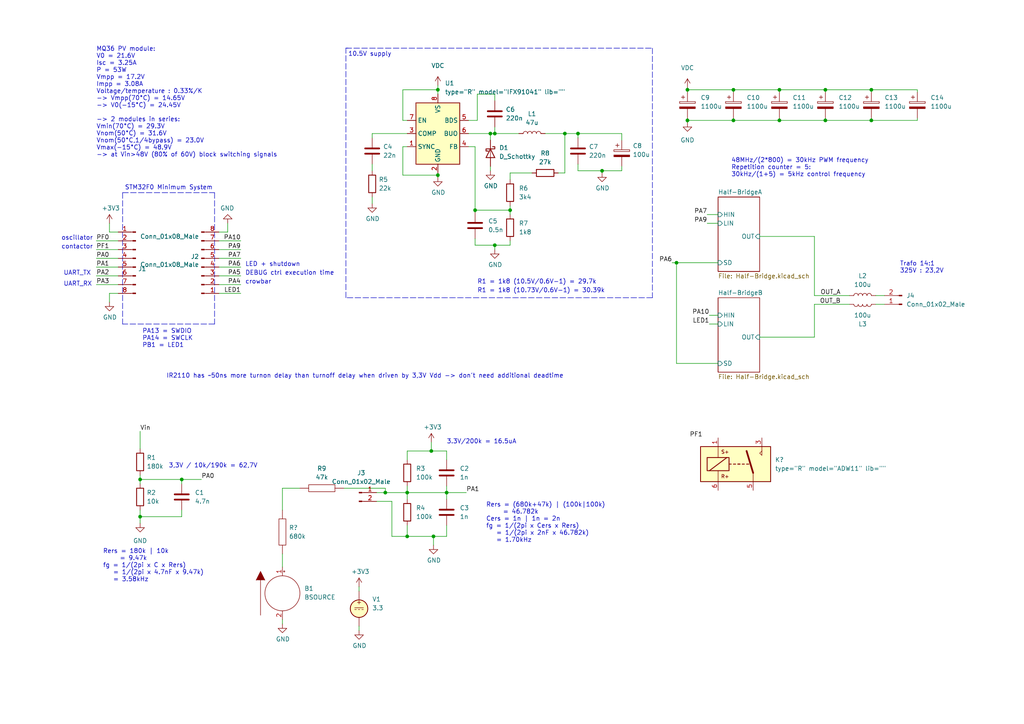
<source format=kicad_sch>
(kicad_sch (version 20211123) (generator eeschema)
  (paper "A4")
  (lib_symbols
    (symbol "Connector:Conn_01x02_Male" (pin_names (offset 1.016) hide)
      (property "Reference" "J" (at 0 2.54 0))
      (property "Value" "Conn_01x02_Male" (at 0 -5.08 0))
      (symbol "Conn_01x02_Male_1_1"
        (polyline (pts (xy 1.27 -2.54) (xy 0.8636 -2.54)) (stroke (width 0.1524)))
        (polyline (pts (xy 1.27 0) (xy 0.8636 0)) (stroke (width 0.1524)))
        (rectangle (start 0.8636 -2.413) (end 0 -2.667) (stroke (width 0.1524)) (fill (type outline)))
        (rectangle (start 0.8636 0.127) (end 0 -0.127) (stroke (width 0.1524)) (fill (type outline)))
        (pin passive line (at 5.08 0 180) (length 3.81) (name "Pin_1") (number "1"))
        (pin passive line (at 5.08 -2.54 180) (length 3.81) (name "Pin_2") (number "2"))
      )
    )
    (symbol "Connector:Conn_01x08_Male" (pin_names (offset 1.016) hide)
      (property "Reference" "J" (at 0 10.16 0))
      (property "Value" "Conn_01x08_Male" (at 0 -12.7 0))
      (symbol "Conn_01x08_Male_1_1"
        (polyline (pts (xy 1.27 -10.16) (xy 0.8636 -10.16)) (stroke (width 0.1524)))
        (polyline (pts (xy 1.27 -7.62) (xy 0.8636 -7.62)) (stroke (width 0.1524)))
        (polyline (pts (xy 1.27 -5.08) (xy 0.8636 -5.08)) (stroke (width 0.1524)))
        (polyline (pts (xy 1.27 -2.54) (xy 0.8636 -2.54)) (stroke (width 0.1524)))
        (polyline (pts (xy 1.27 0) (xy 0.8636 0)) (stroke (width 0.1524)))
        (polyline (pts (xy 1.27 2.54) (xy 0.8636 2.54)) (stroke (width 0.1524)))
        (polyline (pts (xy 1.27 5.08) (xy 0.8636 5.08)) (stroke (width 0.1524)))
        (polyline (pts (xy 1.27 7.62) (xy 0.8636 7.62)) (stroke (width 0.1524)))
        (rectangle (start 0.8636 -10.033) (end 0 -10.287) (stroke (width 0.1524)) (fill (type outline)))
        (rectangle (start 0.8636 -7.493) (end 0 -7.747) (stroke (width 0.1524)) (fill (type outline)))
        (rectangle (start 0.8636 -4.953) (end 0 -5.207) (stroke (width 0.1524)) (fill (type outline)))
        (rectangle (start 0.8636 -2.413) (end 0 -2.667) (stroke (width 0.1524)) (fill (type outline)))
        (rectangle (start 0.8636 0.127) (end 0 -0.127) (stroke (width 0.1524)) (fill (type outline)))
        (rectangle (start 0.8636 2.667) (end 0 2.413) (stroke (width 0.1524)) (fill (type outline)))
        (rectangle (start 0.8636 5.207) (end 0 4.953) (stroke (width 0.1524)) (fill (type outline)))
        (rectangle (start 0.8636 7.747) (end 0 7.493) (stroke (width 0.1524)) (fill (type outline)))
        (pin passive line (at 5.08 7.62 180) (length 3.81) (name "Pin_1") (number "1"))
        (pin passive line (at 5.08 5.08 180) (length 3.81) (name "Pin_2") (number "2"))
        (pin passive line (at 5.08 2.54 180) (length 3.81) (name "Pin_3") (number "3"))
        (pin passive line (at 5.08 0 180) (length 3.81) (name "Pin_4") (number "4"))
        (pin passive line (at 5.08 -2.54 180) (length 3.81) (name "Pin_5") (number "5"))
        (pin passive line (at 5.08 -5.08 180) (length 3.81) (name "Pin_6") (number "6"))
        (pin passive line (at 5.08 -7.62 180) (length 3.81) (name "Pin_7") (number "7"))
        (pin passive line (at 5.08 -10.16 180) (length 3.81) (name "Pin_8") (number "8"))
      )
    )
    (symbol "Device:C" (pin_numbers hide) (pin_names (offset 0.254))
      (property "Reference" "C" (at 0.635 2.54 0))
      (property "Value" "C" (at 0.635 -2.54 0))
      (symbol "C_0_1"
        (polyline (pts (xy -2.032 -0.762) (xy 2.032 -0.762)) (stroke (width 0.508)))
        (polyline (pts (xy -2.032 0.762) (xy 2.032 0.762)) (stroke (width 0.508)))
      )
      (symbol "C_1_1"
        (pin passive line (at 0 3.81 270) (length 2.794) (name "~") (number "1"))
        (pin passive line (at 0 -3.81 90) (length 2.794) (name "~") (number "2"))
      )
    )
    (symbol "Device:C_Polarized" (pin_numbers hide) (pin_names (offset 0.254))
      (property "Reference" "C" (at 0.635 2.54 0))
      (property "Value" "C_Polarized" (at 0.635 -2.54 0))
      (symbol "C_Polarized_0_1"
        (rectangle (start -2.286 0.508) (end 2.286 1.016))
        (polyline (pts (xy -1.778 2.286) (xy -0.762 2.286)))
        (polyline (pts (xy -1.27 2.794) (xy -1.27 1.778)))
        (rectangle (start 2.286 -0.508) (end -2.286 -1.016) (fill (type outline)))
      )
      (symbol "C_Polarized_1_1"
        (pin passive line (at 0 3.81 270) (length 2.794) (name "~") (number "1"))
        (pin passive line (at 0 -3.81 90) (length 2.794) (name "~") (number "2"))
      )
    )
    (symbol "Device:D_Schottky" (pin_numbers hide) (pin_names (offset 1.016) hide)
      (property "Reference" "D" (at 0 2.54 0))
      (property "Value" "D_Schottky" (at 0 -2.54 0))
      (symbol "D_Schottky_0_1"
        (polyline (pts (xy 1.27 0) (xy -1.27 0)))
        (polyline (pts (xy 1.27 1.27) (xy 1.27 -1.27) (xy -1.27 0) (xy 1.27 1.27)) (stroke (width 0.254)))
        (polyline (pts (xy -1.905 0.635) (xy -1.905 1.27) (xy -1.27 1.27) (xy -1.27 -1.27) (xy -0.635 -1.27) (xy -0.635 -0.635)) (stroke (width 0.254)))
      )
      (symbol "D_Schottky_1_1"
        (pin passive line (at -3.81 0 0) (length 2.54) (name "K") (number "1"))
        (pin passive line (at 3.81 0 180) (length 2.54) (name "A") (number "2"))
      )
    )
    (symbol "Device:L" (pin_numbers hide) (pin_names (offset 1.016) hide)
      (property "Reference" "L" (at -1.27 0 90))
      (property "Value" "L" (at 1.905 0 90))
      (symbol "L_0_1"
        (arc (start 0 -2.54) (mid 0.635 -1.905) (end 0 -1.27))
        (arc (start 0 -1.27) (mid 0.635 -0.635) (end 0 0))
        (arc (start 0 0) (mid 0.635 0.635) (end 0 1.27))
        (arc (start 0 1.27) (mid 0.635 1.905) (end 0 2.54))
      )
      (symbol "L_1_1"
        (pin passive line (at 0 3.81 270) (length 1.27) (name "1") (number "1"))
        (pin passive line (at 0 -3.81 90) (length 1.27) (name "2") (number "2"))
      )
    )
    (symbol "Device:R" (pin_numbers hide) (pin_names (offset 0))
      (property "Reference" "R" (at 2.032 0 90))
      (property "Value" "R" (at 0 0 90))
      (symbol "R_0_1"
        (rectangle (start -1.016 -2.54) (end 1.016 2.54) (stroke (width 0.254)))
      )
      (symbol "R_1_1"
        (pin passive line (at 0 3.81 270) (length 1.27) (name "~") (number "1"))
        (pin passive line (at 0 -3.81 90) (length 1.27) (name "~") (number "2"))
      )
    )
    (symbol "Inverter:IFX91041"
      (property "Reference" "U" (at 3.81 12.7 0))
      (property "Value" "IFX91041" (at 7.62 10.16 0))
      (symbol "IFX91041_0_1"
        (rectangle (start -6.35 8.89) (end 6.35 -8.89) (stroke (width 0.254)) (fill (type background)))
      )
      (symbol "IFX91041_1_1"
        (pin input line (at -8.89 -3.81 0) (length 2.54) (name "SYNC") (number "1"))
        (pin power_in line (at 0 -11.43 90) (length 2.54) (name "GND") (number "2"))
        (pin passive line (at -8.89 0 0) (length 2.54) (name "COMP") (number "3"))
        (pin passive line (at 8.89 -3.81 180) (length 2.54) (name "FB") (number "4"))
        (pin output line (at 8.89 3.81 180) (length 2.54) (name "BDS") (number "5"))
        (pin output line (at 8.89 0 180) (length 2.54) (name "BUO") (number "6"))
        (pin input line (at -8.89 3.81 0) (length 2.54) (name "EN") (number "7"))
        (pin power_in line (at 0 11.43 270) (length 2.54) (name "VS") (number "8"))
      )
    )
    (symbol "Relay:ADW11"
      (property "Reference" "K" (at 11.43 3.81 0))
      (property "Value" "ADW11" (at 13.97 1.27 0))
      (symbol "ADW11_1_1"
        (rectangle (start -10.16 5.08) (end 10.16 -5.08) (stroke (width 0.254)) (fill (type background)))
        (rectangle (start -8.255 1.905) (end -1.905 -1.905) (stroke (width 0.254)))
        (polyline (pts (xy -7.62 -1.905) (xy -2.54 1.905)) (stroke (width 0.254)))
        (polyline (pts (xy -5.08 -5.08) (xy -5.08 -1.905)))
        (polyline (pts (xy -5.08 5.08) (xy -5.08 1.905)))
        (polyline (pts (xy -1.905 0) (xy -1.27 0)) (stroke (width 0.254)))
        (polyline (pts (xy -0.635 0) (xy 0 0)) (stroke (width 0.254)))
        (polyline (pts (xy 0.635 0) (xy 1.27 0)) (stroke (width 0.254)))
        (polyline (pts (xy 0.635 0) (xy 1.27 0)) (stroke (width 0.254)))
        (polyline (pts (xy 1.905 0) (xy 2.54 0)) (stroke (width 0.254)))
        (polyline (pts (xy 3.175 0) (xy 3.81 0)) (stroke (width 0.254)))
        (polyline (pts (xy 5.08 -2.54) (xy 3.175 3.81)) (stroke (width 0.508)))
        (polyline (pts (xy 5.08 -2.54) (xy 5.08 -5.08)))
        (polyline (pts (xy 7.62 3.81) (xy 7.62 5.08)))
        (polyline (pts (xy 7.62 3.81) (xy 7.62 2.54) (xy 6.985 3.175) (xy 7.62 3.81)))
        (text "R+" (at -3.048 -3.556 0) (effects (font (size 1.016 1.016))))
        (text "S+" (at -3.048 3.556 0) (effects (font (size 1.016 1.016))))
        (pin passive line (at -5.08 7.62 270) (length 2.54) (name "~") (number "1"))
        (pin passive line (at 7.62 7.62 270) (length 2.54) (name "~") (number "3"))
        (pin passive line (at 5.08 -7.62 90) (length 2.54) (name "~") (number "5"))
        (pin passive line (at -5.08 -7.62 90) (length 2.54) (name "~") (number "6"))
      )
    )
    (symbol "Simulation_SPICE:VDC" (pin_numbers hide) (pin_names (offset 0.0254))
      (property "Reference" "V" (at 2.54 2.54 0))
      (property "Value" "VDC" (at 2.54 0 0))
      (property "Spice_Model" "dc(1)" (at 2.54 -2.54 0))
      (symbol "VDC_0_0"
        (polyline (pts (xy -1.27 0.254) (xy 1.27 0.254)))
        (polyline (pts (xy -0.762 -0.254) (xy -1.27 -0.254)))
        (polyline (pts (xy 0.254 -0.254) (xy -0.254 -0.254)))
        (polyline (pts (xy 1.27 -0.254) (xy 0.762 -0.254)))
        (text "+" (at 0 1.905 0) (effects (font (size 1.27 1.27))))
      )
      (symbol "VDC_0_1"
        (circle (center 0 0) (radius 2.54) (stroke (width 0.254)) (fill (type background)))
      )
      (symbol "VDC_1_1"
        (pin passive line (at 0 5.08 270) (length 2.54) (name "~") (number "1"))
        (pin passive line (at 0 -5.08 90) (length 2.54) (name "~") (number "2"))
      )
    )
    (symbol "power:+3V3" (power) (pin_names (offset 0))
      (property "Value" "+3V3" (at 0 3.556 0))
      (symbol "+3V3_0_1"
        (polyline (pts (xy -0.762 1.27) (xy 0 2.54)))
        (polyline (pts (xy 0 0) (xy 0 2.54)))
        (polyline (pts (xy 0 2.54) (xy 0.762 1.27)))
      )
      (symbol "+3V3_1_1"
        (pin power_in line (at 0 0 90) (length 0) hide (name "+3V3") (number "1"))
      )
    )
    (symbol "power:GND" (power) (pin_names (offset 0))
      (property "Value" "GND" (at 0 -3.81 0))
      (symbol "GND_0_1"
        (polyline (pts (xy 0 0) (xy 0 -1.27) (xy 1.27 -1.27) (xy 0 -2.54) (xy -1.27 -1.27) (xy 0 -1.27)))
      )
      (symbol "GND_1_1"
        (pin power_in line (at 0 0 270) (length 0) hide (name "GND") (number "1"))
      )
    )
    (symbol "power:VDC" (power) (pin_names (offset 0))
      (property "Value" "VDC" (at 0 6.35 0))
      (symbol "VDC_0_1"
        (polyline (pts (xy -0.762 1.27) (xy 0 2.54)))
        (polyline (pts (xy 0 0) (xy 0 2.54)))
        (polyline (pts (xy 0 2.54) (xy 0.762 1.27)))
      )
      (symbol "VDC_1_1"
        (pin power_in line (at 0 0 90) (length 0) hide (name "VDC") (number "1"))
      )
    )
    (symbol "pspice:BSOURCE" (pin_names (offset 1.016) hide)
      (property "Reference" "B" (at -6.35 7.62 0))
      (property "Value" "BSOURCE" (at 0 0 0))
      (symbol "BSOURCE_1_1"
        (polyline (pts (xy -6.35 -6.35) (xy -6.35 3.81)) (fill (type outline)))
        (polyline (pts (xy 0.254 6.35) (xy 0.762 6.35)))
        (polyline (pts (xy 0.508 6.604) (xy 0.508 6.096)))
        (polyline (pts (xy -7.62 3.81) (xy -6.35 6.35) (xy -5.08 3.81)) (fill (type outline)))
        (circle (center 0 0) (radius 5.08))
        (pin input line (at 0 7.62 270) (length 2.54) (name "N+") (number "1"))
        (pin input line (at 0 -7.62 90) (length 2.54) (name "N-") (number "2"))
      )
    )
    (symbol "pspice:R" (pin_numbers hide) (pin_names (offset 0))
      (property "Reference" "R" (at 2.032 0 90))
      (property "Value" "R" (at 0 0 90))
      (symbol "R_0_1"
        (rectangle (start -1.016 3.81) (end 1.016 -3.81))
      )
      (symbol "R_1_1"
        (pin passive line (at 0 6.35 270) (length 2.54) (name "~") (number "1"))
        (pin passive line (at 0 -6.35 90) (length 2.54) (name "~") (number "2"))
      )
    )
  )
  (junction (at 111.76 142.875))
  (junction (at 174.625 49.53))
  (junction (at 137.795 60.96))
  (junction (at 212.725 26.035))
  (junction (at 239.395 34.925))
  (junction (at 252.73 34.925))
  (junction (at 199.39 34.925))
  (junction (at 40.64 149.86))
  (junction (at 142.24 38.735))
  (junction (at 199.39 26.035))
  (junction (at 52.705 139.065))
  (junction (at 239.395 26.035))
  (junction (at 118.11 142.875))
  (junction (at 226.06 34.925))
  (junction (at 143.51 38.735))
  (junction (at 40.64 139.065))
  (junction (at 163.83 38.735))
  (junction (at 212.725 34.925))
  (junction (at 125.095 130.81))
  (junction (at 125.73 155.575))
  (junction (at 167.64 38.735))
  (junction (at 226.06 26.035))
  (junction (at 143.51 71.12))
  (junction (at 147.955 60.96))
  (junction (at 196.215 76.2))
  (junction (at 129.54 142.875))
  (junction (at 127 50.8))
  (junction (at 252.73 26.035))
  (junction (at 127 26.035))
  (junction (at 118.11 155.575))
  (wire (pts (xy 113.665 155.575) (xy 118.11 155.575)))
  (wire (pts (xy 66.04 64.77) (xy 66.04 67.31)))
  (wire (pts (xy 138.43 34.925) (xy 138.43 27.305)))
  (wire (pts (xy 40.64 139.065) (xy 40.64 140.335)))
  (wire (pts (xy 208.28 105.41) (xy 196.215 105.41)))
  (wire (pts (xy 135.89 38.735) (xy 142.24 38.735)))
  (wire (pts (xy 220.345 68.58) (xy 236.22 68.58)))
  (wire (pts (xy 129.54 142.875) (xy 129.54 144.78)))
  (wire (pts (xy 147.955 62.23) (xy 147.955 60.96)))
  (wire (pts (xy 66.04 67.31) (xy 63.5 67.31)))
  (wire (pts (xy 129.54 155.575) (xy 125.73 155.575)))
  (wire (pts (xy 205.74 93.98) (xy 208.28 93.98)))
  (wire (pts (xy 196.215 105.41) (xy 196.215 76.2)))
  (wire (pts (xy 236.22 97.79) (xy 236.22 88.265)))
  (wire (pts (xy 205.74 91.44) (xy 208.28 91.44)))
  (wire (pts (xy 143.51 38.735) (xy 143.51 36.83)))
  (wire (pts (xy 109.22 142.875) (xy 111.76 142.875)))
  (wire (pts (xy 180.34 40.64) (xy 180.34 38.735)))
  (wire (pts (xy 69.85 69.85) (xy 63.5 69.85)))
  (wire (pts (xy 40.64 137.795) (xy 40.64 139.065)))
  (wire (pts (xy 138.43 27.305) (xy 143.51 27.305)))
  (wire (pts (xy 81.915 160.655) (xy 81.915 164.465)))
  (wire (pts (xy 205.105 62.23) (xy 208.28 62.23)))
  (wire (pts (xy 205.105 64.77) (xy 208.28 64.77)))
  (wire (pts (xy 135.255 142.875) (xy 129.54 142.875)))
  (wire (pts (xy 118.11 130.81) (xy 118.11 133.35)))
  (wire (pts (xy 69.85 74.93) (xy 63.5 74.93)))
  (wire (pts (xy 109.22 145.415) (xy 113.665 145.415)))
  (wire (pts (xy 31.75 87.63) (xy 31.75 85.09)))
  (wire (pts (xy 69.85 85.09) (xy 63.5 85.09)))
  (wire (pts (xy 34.29 80.01) (xy 27.94 80.01)))
  (wire (pts (xy 127 50.8) (xy 127 51.435)))
  (wire (pts (xy 252.73 34.925) (xy 266.065 34.925)))
  (wire (pts (xy 194.945 76.2) (xy 196.215 76.2)))
  (wire (pts (xy 226.06 34.29) (xy 226.06 34.925)))
  (wire (pts (xy 142.24 38.735) (xy 143.51 38.735)))
  (wire (pts (xy 239.395 34.925) (xy 252.73 34.925)))
  (wire (pts (xy 118.11 140.97) (xy 118.11 142.875)))
  (wire (pts (xy 63.5 82.55) (xy 69.85 82.55)))
  (wire (pts (xy 254 88.265) (xy 256.54 88.265)))
  (wire (pts (xy 116.84 26.035) (xy 127 26.035)))
  (wire (pts (xy 147.955 69.85) (xy 147.955 71.12)))
  (wire (pts (xy 196.215 76.2) (xy 208.28 76.2)))
  (wire (pts (xy 113.665 145.415) (xy 113.665 155.575)))
  (wire (pts (xy 199.39 26.035) (xy 199.39 26.67)))
  (wire (pts (xy 239.395 26.035) (xy 239.395 26.67)))
  (wire (pts (xy 31.75 85.09) (xy 34.29 85.09)))
  (wire (pts (xy 34.29 74.93) (xy 27.94 74.93)))
  (wire (pts (xy 158.115 38.735) (xy 163.83 38.735)))
  (wire (pts (xy 236.22 68.58) (xy 236.22 85.725)))
  (polyline (pts (xy 62.23 55.88) (xy 62.23 93.98)))
  (wire (pts (xy 127 50.165) (xy 127 50.8)))
  (wire (pts (xy 137.795 60.96) (xy 137.795 61.595)))
  (polyline (pts (xy 100.33 13.97) (xy 189.23 13.97)))
  (wire (pts (xy 127 24.765) (xy 127 26.035)))
  (wire (pts (xy 143.51 27.305) (xy 143.51 29.21)))
  (wire (pts (xy 252.73 34.29) (xy 252.73 34.925)))
  (wire (pts (xy 226.06 26.035) (xy 239.395 26.035)))
  (wire (pts (xy 266.065 26.035) (xy 266.065 26.67)))
  (wire (pts (xy 81.915 147.955) (xy 81.915 141.605)))
  (wire (pts (xy 212.725 34.925) (xy 226.06 34.925)))
  (wire (pts (xy 180.34 38.735) (xy 167.64 38.735)))
  (wire (pts (xy 118.11 38.735) (xy 107.95 38.735)))
  (wire (pts (xy 137.795 42.545) (xy 137.795 60.96)))
  (wire (pts (xy 52.705 147.955) (xy 52.705 149.86)))
  (wire (pts (xy 212.725 26.035) (xy 226.06 26.035)))
  (wire (pts (xy 129.54 133.35) (xy 129.54 130.81)))
  (wire (pts (xy 52.705 140.335) (xy 52.705 139.065)))
  (wire (pts (xy 199.39 26.035) (xy 212.725 26.035)))
  (wire (pts (xy 81.915 179.705) (xy 81.915 180.975)))
  (wire (pts (xy 52.705 149.86) (xy 40.64 149.86)))
  (wire (pts (xy 111.76 142.875) (xy 118.11 142.875)))
  (wire (pts (xy 252.73 26.035) (xy 252.73 26.67)))
  (wire (pts (xy 31.75 67.31) (xy 34.29 67.31)))
  (wire (pts (xy 143.51 38.735) (xy 150.495 38.735)))
  (wire (pts (xy 163.83 38.735) (xy 163.83 50.165)))
  (wire (pts (xy 27.94 69.85) (xy 34.29 69.85)))
  (wire (pts (xy 104.14 181.61) (xy 104.14 182.88)))
  (wire (pts (xy 143.51 71.12) (xy 137.795 71.12)))
  (wire (pts (xy 116.84 42.545) (xy 116.84 50.8)))
  (wire (pts (xy 107.95 57.15) (xy 107.95 59.055)))
  (wire (pts (xy 81.915 141.605) (xy 86.995 141.605)))
  (wire (pts (xy 161.925 50.165) (xy 163.83 50.165)))
  (wire (pts (xy 180.34 49.53) (xy 174.625 49.53)))
  (wire (pts (xy 34.29 72.39) (xy 27.94 72.39)))
  (wire (pts (xy 135.89 42.545) (xy 137.795 42.545)))
  (polyline (pts (xy 62.23 93.98) (xy 35.56 93.98)))
  (wire (pts (xy 236.22 85.725) (xy 246.38 85.725)))
  (wire (pts (xy 266.065 34.29) (xy 266.065 34.925)))
  (wire (pts (xy 127 26.035) (xy 127 27.305)))
  (wire (pts (xy 40.64 149.86) (xy 40.64 151.765)))
  (wire (pts (xy 147.955 52.07) (xy 147.955 50.165)))
  (wire (pts (xy 143.51 71.12) (xy 143.51 72.39)))
  (wire (pts (xy 118.11 130.81) (xy 125.095 130.81)))
  (wire (pts (xy 125.73 158.115) (xy 125.73 155.575)))
  (wire (pts (xy 118.11 34.925) (xy 116.84 34.925)))
  (wire (pts (xy 107.95 38.735) (xy 107.95 40.005)))
  (wire (pts (xy 147.955 50.165) (xy 154.305 50.165)))
  (polyline (pts (xy 35.56 55.88) (xy 62.23 55.88)))
  (wire (pts (xy 125.095 128.27) (xy 125.095 130.81)))
  (wire (pts (xy 40.64 125.095) (xy 40.64 130.175)))
  (wire (pts (xy 254 85.725) (xy 256.54 85.725)))
  (wire (pts (xy 163.83 38.735) (xy 167.64 38.735)))
  (wire (pts (xy 27.94 82.55) (xy 34.29 82.55)))
  (wire (pts (xy 180.34 48.26) (xy 180.34 49.53)))
  (wire (pts (xy 99.695 141.605) (xy 111.76 141.605)))
  (wire (pts (xy 142.24 48.26) (xy 142.24 49.53)))
  (wire (pts (xy 129.54 130.81) (xy 125.095 130.81)))
  (wire (pts (xy 220.345 97.79) (xy 236.22 97.79)))
  (wire (pts (xy 69.85 80.01) (xy 63.5 80.01)))
  (wire (pts (xy 40.64 147.955) (xy 40.64 149.86)))
  (wire (pts (xy 226.06 34.925) (xy 239.395 34.925)))
  (wire (pts (xy 239.395 34.29) (xy 239.395 34.925)))
  (wire (pts (xy 174.625 49.53) (xy 174.625 50.165)))
  (wire (pts (xy 239.395 26.035) (xy 252.73 26.035)))
  (wire (pts (xy 199.39 34.925) (xy 212.725 34.925)))
  (wire (pts (xy 118.11 142.875) (xy 118.11 144.78)))
  (wire (pts (xy 104.14 170.18) (xy 104.14 171.45)))
  (wire (pts (xy 31.75 64.77) (xy 31.75 67.31)))
  (wire (pts (xy 137.795 60.96) (xy 147.955 60.96)))
  (wire (pts (xy 147.955 60.96) (xy 147.955 59.69)))
  (wire (pts (xy 252.73 26.035) (xy 266.065 26.035)))
  (wire (pts (xy 118.11 155.575) (xy 118.11 152.4)))
  (wire (pts (xy 147.955 71.12) (xy 143.51 71.12)))
  (polyline (pts (xy 35.56 55.88) (xy 35.56 93.98)))
  (wire (pts (xy 129.54 140.97) (xy 129.54 142.875)))
  (wire (pts (xy 199.39 34.925) (xy 199.39 35.56)))
  (wire (pts (xy 118.11 142.875) (xy 129.54 142.875)))
  (wire (pts (xy 116.84 34.925) (xy 116.84 26.035)))
  (polyline (pts (xy 100.33 13.97) (xy 100.965 13.97)))
  (wire (pts (xy 27.94 77.47) (xy 34.29 77.47)))
  (wire (pts (xy 107.95 47.625) (xy 107.95 49.53)))
  (polyline (pts (xy 189.23 86.36) (xy 100.33 86.36)))
  (wire (pts (xy 142.24 38.735) (xy 142.24 40.64)))
  (polyline (pts (xy 100.33 86.36) (xy 100.33 13.97)))
  (wire (pts (xy 167.64 47.625) (xy 167.64 49.53)))
  (wire (pts (xy 212.725 26.035) (xy 212.725 26.67)))
  (wire (pts (xy 167.64 38.735) (xy 167.64 40.005)))
  (wire (pts (xy 63.5 77.47) (xy 69.85 77.47)))
  (wire (pts (xy 226.06 26.035) (xy 226.06 26.67)))
  (polyline (pts (xy 189.23 13.97) (xy 189.23 86.36)))
  (wire (pts (xy 246.38 88.265) (xy 236.22 88.265)))
  (wire (pts (xy 137.795 71.12) (xy 137.795 69.215)))
  (wire (pts (xy 167.64 49.53) (xy 174.625 49.53)))
  (wire (pts (xy 135.89 34.925) (xy 138.43 34.925)))
  (wire (pts (xy 52.705 139.065) (xy 40.64 139.065)))
  (wire (pts (xy 199.39 25.4) (xy 199.39 26.035)))
  (wire (pts (xy 199.39 34.29) (xy 199.39 34.925)))
  (wire (pts (xy 111.76 142.875) (xy 111.76 141.605)))
  (wire (pts (xy 212.725 34.29) (xy 212.725 34.925)))
  (wire (pts (xy 116.84 50.8) (xy 127 50.8)))
  (wire (pts (xy 118.11 42.545) (xy 116.84 42.545)))
  (wire (pts (xy 129.54 152.4) (xy 129.54 155.575)))
  (wire (pts (xy 125.73 155.575) (xy 118.11 155.575)))
  (wire (pts (xy 63.5 72.39) (xy 69.85 72.39)))
  (wire (pts (xy 52.705 139.065) (xy 58.42 139.065)))
  (text "R1 = 1k8 (10.73V/0.6V-1) = 30.39k" (at 138.43 85.09 0) (effects (font (size 1.27 1.27)) (justify left bottom)))
  (text "PA13 = SWDIO\nPA14 = SWCLK\nPB1 = LED1" (at 41.275 100.965 0) (effects (font (size 1.27 1.27)) (justify left bottom)))
  (text "DEBUG ctrl execution time" (at 71.12 80.01 0) (effects (font (size 1.27 1.27)) (justify left bottom)))
  (text "oscillator" (at 17.78 69.85 0) (effects (font (size 1.27 1.27)) (justify left bottom)))
  (text "LED + shutdown" (at 71.12 77.47 0) (effects (font (size 1.27 1.27)) (justify left bottom)))
  (text "STM32F0 Minimum System" (at 36.195 55.245 0) (effects (font (size 1.27 1.27)) (justify left bottom)))
  (text "Trafo 14:1\n325V : 23,2V" (at 260.985 79.375 0) (effects (font (size 1.27 1.27)) (justify left bottom)))
  (text "UART_RX" (at 18.415 83.185 0) (effects (font (size 1.27 1.27)) (justify left bottom)))
  (text "MQ36 PV module:\nV0 = 21.6V\nIsc = 3.25A\nP = 53W\nVmpp = 17.2V\nImpp = 3.08A\nVoltage/temperature : 0.33%/K\n-> Vmpp(70°C) = 14.65V\n-> V0(-15°C) = 24.45V\n\n-> 2 modules in series:\nVmin(70°C) = 29.3V\nVnom(50°C) = 31.6V\nVnom(50°C,1/4bypass) = 23.0V\nVmax(-15°C) = 48.9V\n-> at Vin>48V (80% of 60V) block switching signals" (at 27.94 45.72 0) (effects (font (size 1.27 1.27)) (justify left bottom)))
  (text "crowbar" (at 71.12 82.55 0) (effects (font (size 1.27 1.27)) (justify left bottom)))
  (text "contactor" (at 17.78 72.39 0) (effects (font (size 1.27 1.27)) (justify left bottom)))
  (text "R1 = 1k8 (10.5V/0.6V-1) = 29.7k" (at 138.43 82.55 0) (effects (font (size 1.27 1.27)) (justify left bottom)))
  (text "Rers = 180k | 10k\n     = 9.47k\nfg = 1/(2pi x C x Rers)\n   = 1/(2pi x 4.7nF x 9.47k)\n   = 3.58kHz" (at 29.845 168.91 0) (effects (font (size 1.27 1.27)) (justify left bottom)))
  (text "UART_TX" (at 18.415 80.01 0) (effects (font (size 1.27 1.27)) (justify left bottom)))
  (text "Rers = (680k+47k) | (100k|100k)\n     = 46.782k\nCers = 1n | 1n = 2n\nfg = 1/(2pi x Cers x Rers)\n   = 1/(2pi x 2nF x 46.782k)\n   = 1.70kHz" (at 140.97 157.48 0) (effects (font (size 1.27 1.27)) (justify left bottom)))
  (text "3.3V/200k = 16.5uA" (at 129.54 128.905 0) (effects (font (size 1.27 1.27)) (justify left bottom)))
  (text "10.5V supply" (at 100.965 16.51 0) (effects (font (size 1.27 1.27)) (justify left bottom)))
  (text "48MHz/(2*800) = 30kHz PWM frequency\nRepetition counter = 5:\n30kHz/(1+5) = 5kHz control frequency\n" (at 212.09 51.435 0) (effects (font (size 1.27 1.27)) (justify left bottom)))
  (text "3,3V / 10k/190k = 62,7V" (at 48.895 135.89 0) (effects (font (size 1.27 1.27)) (justify left bottom)))
  (text "IR2110 has ~50ns more turnon delay than turnoff delay when driven by 3,3V Vdd -> don't need additional deadtime\n" (at 48.26 109.855 0) (effects (font (size 1.27 1.27)) (justify left bottom)))
  (label "PA9" (at 205.105 64.77 180))
  (label "PA2" (at 27.94 80.01 0))
  (label "LED1" (at 205.74 93.98 180))
  (label "LED1" (at 69.85 85.09 180))
  (label "PA1" (at 27.94 77.47 0))
  (label "PA5" (at 69.85 80.01 180))
  (label "PA4" (at 69.85 82.55 180))
  (label "PF1" (at 27.94 72.39 0))
  (label "PA10" (at 205.74 91.44 180))
  (label "PA9" (at 69.85 72.39 180))
  (label "PA0" (at 27.94 74.93 0))
  (label "OUT_B" (at 243.84 88.265 180))
  (label "PA7" (at 205.105 62.23 180))
  (label "Vin" (at 40.64 125.095 0))
  (label "PA1" (at 135.255 142.875 0))
  (label "OUT_A" (at 243.84 85.725 180))
  (label "PF0" (at 27.94 69.85 0))
  (label "PA7" (at 69.85 74.93 180))
  (label "PA0" (at 58.42 139.065 0))
  (label "PA10" (at 69.85 69.85 180))
  (label "PA6" (at 194.945 76.2 180))
  (label "PA6" (at 69.85 77.47 180))
  (label "PA3" (at 27.94 82.55 0))
  (label "PF1" (at 200.025 127 0))
  (symbol (lib_id "Device:C") (at 143.51 33.02 0) (unit 1)
    (property "Reference" "C6" (at 146.685 31.7499 0) (effects (justify left)))
    (property "Value" "220n" (at 146.685 34.2899 0) (effects (justify left)))
    (property "Spice_Primitive" "C" (effects hide))
    (property "Spice_Model" "220n" (effects hide))
    (property "Spice_Netlist_Enabled" "N" (effects hide))
  )
  (symbol (lib_id "Device:L") (at 250.19 85.725 90) (unit 1)
    (property "Reference" "L2" (at 250.19 80.01 90))
    (property "Value" "100u" (at 250.19 82.55 90))
    (property "Spice_Primitive" "L" (effects hide))
    (property "Spice_Model" "100u" (effects hide))
    (property "Spice_Netlist_Enabled" "N" (effects hide))
  )
  (symbol (lib_id "power:+3V3") (at 125.095 128.27 0) (unit 1)
    (property "Reference" "#PWR07" (effects hide))
    (property "Value" "+3V3" (at 125.476 123.8758 0))
  )
  (symbol (lib_id "power:GND") (at 31.75 87.63 0) (unit 1)
    (property "Reference" "#PWR02" (effects hide))
    (property "Value" "GND" (at 31.877 92.0242 0))
  )
  (symbol (lib_id "Connector:Conn_01x08_Male") (at 58.42 77.47 0) (mirror x) (unit 1)
    (property "Reference" "J2" (at 57.7342 74.422 0) (effects (justify right)))
    (property "Value" "Conn_01x08_Male" (at 57.7342 76.7334 0) (effects (justify right)))
    (property "Footprint" "Connector_PinHeader_2.54mm:PinHeader_1x08_P2.54mm_Vertical" (effects hide))
    (property "Spice_Primitive" "J" (effects hide))
    (property "Spice_Model" "Conn_01x08_Male" (effects hide))
    (property "Spice_Netlist_Enabled" "N" (effects hide))
  )
  (symbol (lib_id "Device:C_Polarized") (at 266.065 30.48 0) (unit 1)
    (property "Reference" "C14" (at 269.875 28.3209 0) (effects (justify left)))
    (property "Value" "1100u" (at 269.875 30.8609 0) (effects (justify left)))
  )
  (symbol (lib_id "Device:C") (at 52.705 144.145 0) (unit 1)
    (property "Reference" "C1" (at 56.515 142.875 0) (effects (justify left)))
    (property "Value" "4.7n" (at 56.515 145.415 0) (effects (justify left)))
    (property "Footprint" "Capacitor_SMD:C_1206_3216Metric" (effects hide))
  )
  (symbol (lib_id "Device:C_Polarized") (at 180.34 44.45 0) (unit 1)
    (property "Reference" "C8" (at 183.515 42.2909 0) (effects (justify left)))
    (property "Value" "100u" (at 183.515 44.8309 0) (effects (justify left)))
  )
  (symbol (lib_id "Device:C_Polarized") (at 252.73 30.48 0) (unit 1)
    (property "Reference" "C13" (at 256.54 28.3209 0) (effects (justify left)))
    (property "Value" "1100u" (at 256.54 30.8609 0) (effects (justify left)))
  )
  (symbol (lib_id "Device:R") (at 107.95 53.34 0) (unit 1)
    (property "Reference" "R5" (at 109.855 52.0699 0) (effects (justify left)))
    (property "Value" "22k" (at 109.855 54.6099 0) (effects (justify left)))
    (property "Spice_Primitive" "R" (effects hide))
    (property "Spice_Model" "22k" (effects hide))
    (property "Spice_Netlist_Enabled" "N" (effects hide))
  )
  (symbol (lib_id "Device:C_Polarized") (at 226.06 30.48 0) (unit 1)
    (property "Reference" "C11" (at 229.87 28.3209 0) (effects (justify left)))
    (property "Value" "1100u" (at 229.87 30.8609 0) (effects (justify left)))
  )
  (symbol (lib_id "Device:D_Schottky") (at 142.24 44.45 270) (unit 1)
    (property "Reference" "D1" (at 144.78 42.8624 90) (effects (justify left)))
    (property "Value" "D_Schottky" (at 144.78 45.4024 90) (effects (justify left)))
    (property "Spice_Primitive" "D" (effects hide))
    (property "Spice_Model" "D_Schottky" (effects hide))
    (property "Spice_Netlist_Enabled" "N" (effects hide))
  )
  (symbol (lib_id "Connector:Conn_01x02_Male") (at 261.62 88.265 180) (unit 1)
    (property "Reference" "J4" (at 262.89 85.7249 0) (effects (justify right)))
    (property "Value" "Conn_01x02_Male" (at 262.89 88.2649 0) (effects (justify right)))
    (property "Spice_Primitive" "J" (effects hide))
    (property "Spice_Model" "Conn_01x02_Male" (effects hide))
    (property "Spice_Netlist_Enabled" "N" (effects hide))
  )
  (symbol (lib_id "Device:C") (at 137.795 65.405 0) (unit 1)
    (property "Reference" "C5" (at 141.605 64.1349 0) (effects (justify left)))
    (property "Value" "0.5n" (at 141.605 66.6749 0) (effects (justify left)))
  )
  (symbol (lib_id "Device:R") (at 147.955 55.88 0) (unit 1)
    (property "Reference" "R6" (at 150.495 54.6099 0) (effects (justify left)))
    (property "Value" "3k4" (at 150.495 57.1499 0) (effects (justify left)))
  )
  (symbol (lib_id "power:GND") (at 40.64 151.765 0) (unit 1)
    (property "Reference" "#PWR03" (effects hide))
    (property "Value" "GND" (at 40.64 156.845 0))
  )
  (symbol (lib_id "Device:C_Polarized") (at 239.395 30.48 0) (unit 1)
    (property "Reference" "C12" (at 243.205 28.3209 0) (effects (justify left)))
    (property "Value" "1100u" (at 243.205 30.8609 0) (effects (justify left)))
  )
  (symbol (lib_id "Device:R") (at 40.64 144.145 0) (unit 1)
    (property "Reference" "R2" (at 42.545 142.8749 0) (effects (justify left)))
    (property "Value" "10k" (at 42.545 145.4149 0) (effects (justify left)))
    (property "Footprint" "Resistor_SMD:R_1206_3216Metric" (effects hide))
  )
  (symbol (lib_id "power:+3V3") (at 104.14 170.18 0) (unit 1)
    (property "Reference" "#PWR05" (effects hide))
    (property "Value" "+3V3" (at 104.521 165.7858 0))
  )
  (symbol (lib_id "Device:C") (at 129.54 137.16 0) (unit 1)
    (property "Reference" "C2" (at 133.35 135.8899 0) (effects (justify left)))
    (property "Value" "1n" (at 133.35 138.4299 0) (effects (justify left)))
  )
  (symbol (lib_id "Device:C_Polarized") (at 212.725 30.48 0) (unit 1)
    (property "Reference" "C10" (at 216.535 28.3209 0) (effects (justify left)))
    (property "Value" "1100u" (at 216.535 30.8609 0) (effects (justify left)))
  )
  (symbol (lib_id "Device:L") (at 250.19 88.265 270) (unit 1)
    (property "Reference" "L3" (at 250.19 93.98 90))
    (property "Value" "100u" (at 250.19 91.44 90))
    (property "Spice_Primitive" "L" (effects hide))
    (property "Spice_Model" "100u" (effects hide))
    (property "Spice_Netlist_Enabled" "N" (effects hide))
  )
  (symbol (lib_id "Device:R") (at 118.11 137.16 0) (unit 1)
    (property "Reference" "R3" (at 120.65 135.8899 0) (effects (justify left)))
    (property "Value" "100k" (at 120.65 138.4299 0) (effects (justify left)))
  )
  (symbol (lib_id "Simulation_SPICE:VDC") (at 104.14 176.53 0) (unit 1)
    (property "Reference" "V1" (at 107.95 173.8001 0) (effects (justify left)))
    (property "Value" "VDC" (at 107.95 176.3401 0) (effects (justify left)))
    (property "Spice_Netlist_Enabled" "Y" (effects hide))
    (property "Spice_Primitive" "V" (effects hide))
    (property "Spice_Model" "dc 3.3" (at 107.95 178.8801 0) (effects (justify left)))
  )
  (symbol (lib_id "Device:C") (at 107.95 43.815 0) (unit 1)
    (property "Reference" "C4" (at 111.125 42.5449 0) (effects (justify left)))
    (property "Value" "22n" (at 111.125 45.0849 0) (effects (justify left)))
  )
  (symbol (lib_id "Connector:Conn_01x08_Male") (at 39.37 74.93 0) (mirror y) (unit 1)
    (property "Reference" "J1" (at 40.0558 77.978 0) (effects (justify right)))
    (property "Value" "Conn_01x08_Male" (at 40.64 68.58 0) (effects (justify right)))
    (property "Footprint" "Connector_PinHeader_2.54mm:PinHeader_1x08_P2.54mm_Vertical" (effects hide))
    (property "Spice_Primitive" "J" (effects hide))
    (property "Spice_Model" "Conn_01x08_Male" (effects hide))
    (property "Spice_Netlist_Enabled" "N" (effects hide))
  )
  (symbol (lib_id "Device:C_Polarized") (at 199.39 30.48 0) (unit 1)
    (property "Reference" "C9" (at 203.2 28.3209 0) (effects (justify left)))
    (property "Value" "1100u" (at 203.2 30.8609 0) (effects (justify left)))
  )
  (symbol (lib_id "Device:R") (at 158.115 50.165 90) (unit 1)
    (property "Reference" "R8" (at 158.115 44.45 90))
    (property "Value" "27k" (at 158.115 46.99 90))
  )
  (symbol (lib_id "Device:C") (at 129.54 148.59 0) (unit 1)
    (property "Reference" "C3" (at 133.35 147.3199 0) (effects (justify left)))
    (property "Value" "1n" (at 133.35 149.8599 0) (effects (justify left)))
  )
  (symbol (lib_id "power:GND") (at 174.625 50.165 0) (unit 1)
    (property "Reference" "#PWR017" (effects hide))
    (property "Value" "GND" (at 174.752 54.5592 0))
  )
  (symbol (lib_id "power:VDC") (at 127 24.765 0) (unit 1)
    (property "Reference" "#PWR011" (effects hide))
    (property "Value" "VDC" (at 127 19.05 0))
  )
  (symbol (lib_id "Inverter:IFX91041") (at 127 38.735 0) (unit 1)
    (property "Reference" "U1" (at 129.0194 24.13 0) (effects (justify left)))
    (property "Value" "IFX91041" (at 129.0194 26.67 0) (effects (justify left)))
    (property "Spice_Primitive" "R" (effects hide))
    (property "Spice_Netlist_Enabled" "N" (effects hide))
  )
  (symbol (lib_id "power:GND") (at 143.51 72.39 0) (unit 1)
    (property "Reference" "#PWR016" (effects hide))
    (property "Value" "GND" (at 143.637 76.7842 0))
  )
  (symbol (lib_id "power:GND") (at 127 51.435 0) (unit 1)
    (property "Reference" "#PWR014" (effects hide))
    (property "Value" "GND" (at 127.127 55.8292 0))
  )
  (symbol (lib_id "Device:L") (at 154.305 38.735 90) (unit 1)
    (property "Reference" "L1" (at 154.305 33.02 90))
    (property "Value" "47u" (at 154.305 35.56 90))
  )
  (symbol (lib_id "power:GND") (at 199.39 35.56 0) (unit 1)
    (property "Reference" "#PWR013" (effects hide))
    (property "Value" "GND" (at 199.39 40.64 0))
  )
  (symbol (lib_id "power:GND") (at 125.73 158.115 0) (unit 1)
    (property "Reference" "#PWR08" (effects hide))
    (property "Value" "GND" (at 125.857 162.5092 0))
  )
  (symbol (lib_id "power:GND") (at 142.24 49.53 0) (unit 1)
    (property "Reference" "#PWR015" (effects hide))
    (property "Value" "GND" (at 142.367 53.9242 0))
  )
  (symbol (lib_id "Device:R") (at 118.11 148.59 0) (unit 1)
    (property "Reference" "R4" (at 120.65 147.3199 0) (effects (justify left)))
    (property "Value" "100k" (at 120.65 149.8599 0) (effects (justify left)))
  )
  (symbol (lib_id "power:VDC") (at 199.39 25.4 0) (unit 1)
    (property "Reference" "#PWR012" (effects hide))
    (property "Value" "VDC" (at 199.39 19.685 0))
  )
  (symbol (lib_id "Device:R") (at 147.955 66.04 0) (unit 1)
    (property "Reference" "R7" (at 150.495 64.7699 0) (effects (justify left)))
    (property "Value" "1k8" (at 150.495 67.3099 0) (effects (justify left)))
  )
  (symbol (lib_id "pspice:R") (at 81.915 154.305 180) (unit 1)
    (property "Reference" "R?" (at 83.82 153.0349 0) (effects (justify right)))
    (property "Value" "680k" (at 83.82 155.5749 0) (effects (justify right)))
  )
  (symbol (lib_id "power:GND") (at 66.04 64.77 180) (unit 1)
    (property "Reference" "#PWR04" (effects hide))
    (property "Value" "GND" (at 65.913 60.3758 0))
  )
  (symbol (lib_id "pspice:BSOURCE") (at 81.915 172.085 0) (unit 1)
    (property "Reference" "B1" (at 88.265 170.6879 0) (effects (justify left)))
    (property "Value" "BSOURCE" (at 88.265 173.2279 0) (effects (justify left)))
    (property "Datasheet" "http://ltwiki.org/?title=B_sources_%28complete_reference%29" (effects hide))
    (property "Spice_Primitive" "V" (effects hide))
    (property "Spice_Netlist_Enabled" "Y" (effects hide))
    (property "Spice_Model" "sin(0 20.5 50)" (effects hide))
  )
  (symbol (lib_id "power:+3V3") (at 31.75 64.77 0) (unit 1)
    (property "Reference" "#PWR01" (effects hide))
    (property "Value" "+3V3" (at 32.131 60.3758 0))
  )
  (symbol (lib_id "Device:C") (at 167.64 43.815 0) (unit 1)
    (property "Reference" "C7" (at 170.815 42.5449 0) (effects (justify left)))
    (property "Value" "220n" (at 170.815 45.0849 0) (effects (justify left)))
  )
  (symbol (lib_id "power:GND") (at 107.95 59.055 0) (unit 1)
    (property "Reference" "#PWR09" (effects hide))
    (property "Value" "GND" (at 108.077 63.4492 0))
  )
  (symbol (lib_id "Device:R") (at 40.64 133.985 0) (unit 1)
    (property "Reference" "R1" (at 42.545 132.7149 0) (effects (justify left)))
    (property "Value" "180k" (at 42.545 135.2549 0) (effects (justify left)))
    (property "Footprint" "Resistor_THT:R_Axial_DIN0207_L6.3mm_D2.5mm_P10.16mm_Horizontal" (effects hide))
  )
  (symbol (lib_id "pspice:R") (at 93.345 141.605 90) (unit 1)
    (property "Reference" "R9" (at 93.345 135.89 90))
    (property "Value" "47k" (at 93.345 138.43 90))
  )
  (symbol (lib_id "Relay:ADW11") (at 213.36 134.62 0) (unit 1)
    (property "Reference" "K?" (at 224.79 133.3499 0) (effects (justify left)))
    (property "Value" "ADW11" (at 224.79 135.8899 0) (effects (justify left)))
    (property "Footprint" "Relay_THT:Relay_1P1T_NO_10x24x18.8mm_Panasonic_ADW11xxxxW_THT" (effects hide))
    (property "Datasheet" "https://www.panasonic-electric-works.com/pew/es/downloads/ds_dw_hl_en.pdf" (effects hide))
    (property "Spice_Primitive" "R" (effects hide))
    (property "Spice_Netlist_Enabled" "N" (effects hide))
  )
  (symbol (lib_id "power:GND") (at 104.14 182.88 0) (unit 1)
    (property "Reference" "#PWR06" (effects hide))
    (property "Value" "GND" (at 104.267 187.2742 0))
  )
  (symbol (lib_id "Connector:Conn_01x02_Male") (at 104.14 142.875 0) (unit 1)
    (property "Reference" "J3" (at 104.775 137.16 0))
    (property "Value" "Conn_01x02_Male" (at 104.775 139.7 0))
    (property "Spice_Primitive" "J" (effects hide))
    (property "Spice_Model" "Conn_01x02_Male" (effects hide))
    (property "Spice_Netlist_Enabled" "N" (effects hide))
  )
  (symbol (lib_id "power:GND") (at 81.915 180.975 0) (unit 1)
    (property "Reference" "#PWR010" (effects hide))
    (property "Value" "GND" (at 82.042 185.3692 0))
  )
  (sheet (at 208.28 86.36) (size 12.065 21.59) (stroke (width 0.1524))
    (property "Sheet name" "Half-BridgeB" (at 208.28 85.6484 0) (effects (justify left bottom)))
    (property "Sheet file" "Half-Bridge.kicad_sch" (at 208.28 108.5346 0) (effects (justify left top)))
    (pin "LIN" input (at 208.28 93.98 180))
    (pin "SD" input (at 208.28 105.41 180))
    (pin "HIN" input (at 208.28 91.44 180))
    (pin "OUT" input (at 220.345 97.79 0))
  )
  (sheet (at 208.28 57.15) (size 12.065 21.59) (stroke (width 0.1524))
    (property "Sheet name" "Half-BridgeA" (at 208.28 56.4384 0) (effects (justify left bottom)))
    (property "Sheet file" "Half-Bridge.kicad_sch" (at 208.28 79.3246 0) (effects (justify left top)))
    (pin "LIN" input (at 208.28 64.77 180))
    (pin "SD" input (at 208.28 76.2 180))
    (pin "HIN" input (at 208.28 62.23 180))
    (pin "OUT" input (at 220.345 68.58 0))
  )
)
</source>
